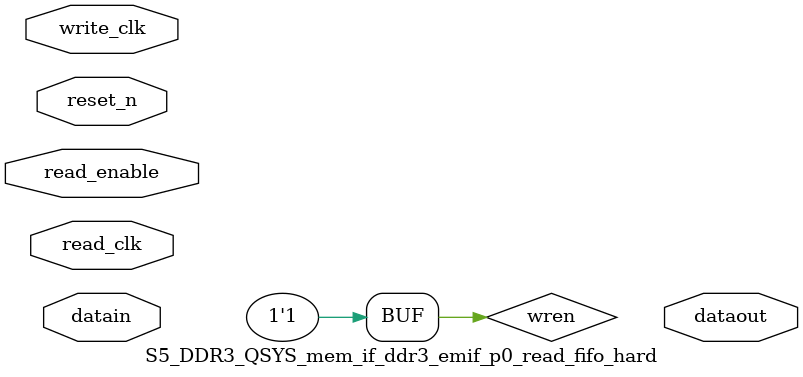
<source format=v>



`timescale 1 ps / 1 ps

module S5_DDR3_QSYS_mem_if_ddr3_emif_p0_read_fifo_hard(
	write_clk,
	read_clk,
	read_enable,
	reset_n,
	datain,
	dataout
);

// ******************************************************************************************************************************** 
// BEGIN PARAMETER SECTION
// All parameters default to "" will have their values passed in from higher level wrapper with the controller and driver 

parameter DQ_GROUP_WIDTH = "";

localparam RATE_MULT = 2;


// END PARAMETER SECTION
// ******************************************************************************************************************************** 

input	write_clk;
input	read_clk;
input	read_enable;
input	reset_n;
input	[DQ_GROUP_WIDTH*2-1:0] datain;
output	[RATE_MULT*DQ_GROUP_WIDTH*2-1:0] dataout;


// ******************************************************************************************************************************** 
// Instantiate write-enable circuitry inside the DQS logic block
// ******************************************************************************************************************************** 

// The read_clk is expected to be a strobe that only toggles when there
// is valid data, so wren is tied to 1
wire wren = 1'b1;
	

// ******************************************************************************************************************************** 
// Instantiate read-enable circuitry inside the DQS logic block
// ******************************************************************************************************************************** 
wire read_enable_tmp;
wire plus2_tmp;
stratixv_read_fifo_read_enable fifo_read_enable (
	.re(read_enable),
	.rclk(),
	.plus2(1'b0), 
	.areset(),
	.reout (read_enable_tmp),
	.plus2out (plus2_tmp)
);
defparam fifo_read_enable.use_stalled_read_enable = "false";

// ******************************************************************************************************************************** 
// Instantiate hard read-fifo. 
// ******************************************************************************************************************************** 
generate
genvar dq_count;
	for (dq_count=0; dq_count<DQ_GROUP_WIDTH; dq_count=dq_count+1)
	begin:read_fifos
		// The datain bus is the read data for the current DQS group
		// coming out of the DDIO. Its width is 2x of each DQS group on the
		// memory interface. The bus is ordered by time slot:
		//
		// D0_T1, D0_T0
		//
		// The dataout bus is the read data going out of the FIFO. In FR, it has
		// the same width as datain. In HR, it 2x the datain width. The bus is
		// ordered by time slot.
		//
		// FR: D0_T1, D0_T0
		// HR: D0_T3, D0_T2, D0_T1, D0_T0
		stratixv_read_fifo fifo (
			.wclk(write_clk),
			.we(wren),
			.rclk(read_clk),
			.re(read_enable_tmp),
			.areset(~reset_n),
			.plus2(plus2_tmp),
			.datain({datain[dq_count], datain[dq_count + DQ_GROUP_WIDTH]}),
			.dataout({
					dataout[dq_count + (DQ_GROUP_WIDTH * 0)],
					dataout[dq_count + (DQ_GROUP_WIDTH * 1)],
					dataout[dq_count + (DQ_GROUP_WIDTH * 2)],
					dataout[dq_count + (DQ_GROUP_WIDTH * 3)]
								})
		);
		defparam fifo.use_half_rate_read = "true";
		defparam fifo.sim_wclk_pre_delay = 100;
	end
endgenerate

endmodule

</source>
